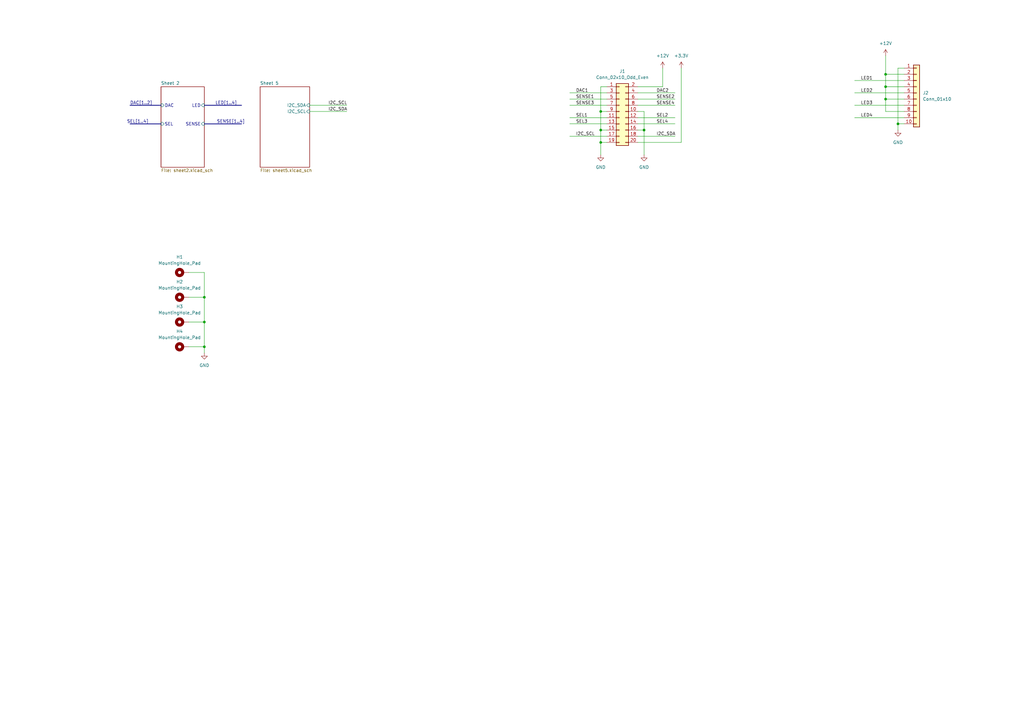
<source format=kicad_sch>
(kicad_sch (version 20230121) (generator eeschema)

  (uuid c74719ba-f06a-44f5-9938-a8dc2ea94ffa)

  (paper "A3")

  (lib_symbols
    (symbol "Connector_Generic:Conn_01x10" (pin_names (offset 1.016) hide) (in_bom yes) (on_board yes)
      (property "Reference" "J" (at 0 12.7 0)
        (effects (font (size 1.27 1.27)))
      )
      (property "Value" "Conn_01x10" (at 0 -15.24 0)
        (effects (font (size 1.27 1.27)))
      )
      (property "Footprint" "" (at 0 0 0)
        (effects (font (size 1.27 1.27)) hide)
      )
      (property "Datasheet" "~" (at 0 0 0)
        (effects (font (size 1.27 1.27)) hide)
      )
      (property "ki_keywords" "connector" (at 0 0 0)
        (effects (font (size 1.27 1.27)) hide)
      )
      (property "ki_description" "Generic connector, single row, 01x10, script generated (kicad-library-utils/schlib/autogen/connector/)" (at 0 0 0)
        (effects (font (size 1.27 1.27)) hide)
      )
      (property "ki_fp_filters" "Connector*:*_1x??_*" (at 0 0 0)
        (effects (font (size 1.27 1.27)) hide)
      )
      (symbol "Conn_01x10_1_1"
        (rectangle (start -1.27 -12.573) (end 0 -12.827)
          (stroke (width 0.1524) (type default))
          (fill (type none))
        )
        (rectangle (start -1.27 -10.033) (end 0 -10.287)
          (stroke (width 0.1524) (type default))
          (fill (type none))
        )
        (rectangle (start -1.27 -7.493) (end 0 -7.747)
          (stroke (width 0.1524) (type default))
          (fill (type none))
        )
        (rectangle (start -1.27 -4.953) (end 0 -5.207)
          (stroke (width 0.1524) (type default))
          (fill (type none))
        )
        (rectangle (start -1.27 -2.413) (end 0 -2.667)
          (stroke (width 0.1524) (type default))
          (fill (type none))
        )
        (rectangle (start -1.27 0.127) (end 0 -0.127)
          (stroke (width 0.1524) (type default))
          (fill (type none))
        )
        (rectangle (start -1.27 2.667) (end 0 2.413)
          (stroke (width 0.1524) (type default))
          (fill (type none))
        )
        (rectangle (start -1.27 5.207) (end 0 4.953)
          (stroke (width 0.1524) (type default))
          (fill (type none))
        )
        (rectangle (start -1.27 7.747) (end 0 7.493)
          (stroke (width 0.1524) (type default))
          (fill (type none))
        )
        (rectangle (start -1.27 10.287) (end 0 10.033)
          (stroke (width 0.1524) (type default))
          (fill (type none))
        )
        (rectangle (start -1.27 11.43) (end 1.27 -13.97)
          (stroke (width 0.254) (type default))
          (fill (type background))
        )
        (pin passive line (at -5.08 10.16 0) (length 3.81)
          (name "Pin_1" (effects (font (size 1.27 1.27))))
          (number "1" (effects (font (size 1.27 1.27))))
        )
        (pin passive line (at -5.08 -12.7 0) (length 3.81)
          (name "Pin_10" (effects (font (size 1.27 1.27))))
          (number "10" (effects (font (size 1.27 1.27))))
        )
        (pin passive line (at -5.08 7.62 0) (length 3.81)
          (name "Pin_2" (effects (font (size 1.27 1.27))))
          (number "2" (effects (font (size 1.27 1.27))))
        )
        (pin passive line (at -5.08 5.08 0) (length 3.81)
          (name "Pin_3" (effects (font (size 1.27 1.27))))
          (number "3" (effects (font (size 1.27 1.27))))
        )
        (pin passive line (at -5.08 2.54 0) (length 3.81)
          (name "Pin_4" (effects (font (size 1.27 1.27))))
          (number "4" (effects (font (size 1.27 1.27))))
        )
        (pin passive line (at -5.08 0 0) (length 3.81)
          (name "Pin_5" (effects (font (size 1.27 1.27))))
          (number "5" (effects (font (size 1.27 1.27))))
        )
        (pin passive line (at -5.08 -2.54 0) (length 3.81)
          (name "Pin_6" (effects (font (size 1.27 1.27))))
          (number "6" (effects (font (size 1.27 1.27))))
        )
        (pin passive line (at -5.08 -5.08 0) (length 3.81)
          (name "Pin_7" (effects (font (size 1.27 1.27))))
          (number "7" (effects (font (size 1.27 1.27))))
        )
        (pin passive line (at -5.08 -7.62 0) (length 3.81)
          (name "Pin_8" (effects (font (size 1.27 1.27))))
          (number "8" (effects (font (size 1.27 1.27))))
        )
        (pin passive line (at -5.08 -10.16 0) (length 3.81)
          (name "Pin_9" (effects (font (size 1.27 1.27))))
          (number "9" (effects (font (size 1.27 1.27))))
        )
      )
    )
    (symbol "Connector_Generic:Conn_02x10_Odd_Even" (pin_names (offset 1.016) hide) (in_bom yes) (on_board yes)
      (property "Reference" "J" (at 1.27 12.7 0)
        (effects (font (size 1.27 1.27)))
      )
      (property "Value" "Conn_02x10_Odd_Even" (at 1.27 -15.24 0)
        (effects (font (size 1.27 1.27)))
      )
      (property "Footprint" "" (at 0 0 0)
        (effects (font (size 1.27 1.27)) hide)
      )
      (property "Datasheet" "~" (at 0 0 0)
        (effects (font (size 1.27 1.27)) hide)
      )
      (property "ki_keywords" "connector" (at 0 0 0)
        (effects (font (size 1.27 1.27)) hide)
      )
      (property "ki_description" "Generic connector, double row, 02x10, odd/even pin numbering scheme (row 1 odd numbers, row 2 even numbers), script generated (kicad-library-utils/schlib/autogen/connector/)" (at 0 0 0)
        (effects (font (size 1.27 1.27)) hide)
      )
      (property "ki_fp_filters" "Connector*:*_2x??_*" (at 0 0 0)
        (effects (font (size 1.27 1.27)) hide)
      )
      (symbol "Conn_02x10_Odd_Even_1_1"
        (rectangle (start -1.27 -12.573) (end 0 -12.827)
          (stroke (width 0.1524) (type default))
          (fill (type none))
        )
        (rectangle (start -1.27 -10.033) (end 0 -10.287)
          (stroke (width 0.1524) (type default))
          (fill (type none))
        )
        (rectangle (start -1.27 -7.493) (end 0 -7.747)
          (stroke (width 0.1524) (type default))
          (fill (type none))
        )
        (rectangle (start -1.27 -4.953) (end 0 -5.207)
          (stroke (width 0.1524) (type default))
          (fill (type none))
        )
        (rectangle (start -1.27 -2.413) (end 0 -2.667)
          (stroke (width 0.1524) (type default))
          (fill (type none))
        )
        (rectangle (start -1.27 0.127) (end 0 -0.127)
          (stroke (width 0.1524) (type default))
          (fill (type none))
        )
        (rectangle (start -1.27 2.667) (end 0 2.413)
          (stroke (width 0.1524) (type default))
          (fill (type none))
        )
        (rectangle (start -1.27 5.207) (end 0 4.953)
          (stroke (width 0.1524) (type default))
          (fill (type none))
        )
        (rectangle (start -1.27 7.747) (end 0 7.493)
          (stroke (width 0.1524) (type default))
          (fill (type none))
        )
        (rectangle (start -1.27 10.287) (end 0 10.033)
          (stroke (width 0.1524) (type default))
          (fill (type none))
        )
        (rectangle (start -1.27 11.43) (end 3.81 -13.97)
          (stroke (width 0.254) (type default))
          (fill (type background))
        )
        (rectangle (start 3.81 -12.573) (end 2.54 -12.827)
          (stroke (width 0.1524) (type default))
          (fill (type none))
        )
        (rectangle (start 3.81 -10.033) (end 2.54 -10.287)
          (stroke (width 0.1524) (type default))
          (fill (type none))
        )
        (rectangle (start 3.81 -7.493) (end 2.54 -7.747)
          (stroke (width 0.1524) (type default))
          (fill (type none))
        )
        (rectangle (start 3.81 -4.953) (end 2.54 -5.207)
          (stroke (width 0.1524) (type default))
          (fill (type none))
        )
        (rectangle (start 3.81 -2.413) (end 2.54 -2.667)
          (stroke (width 0.1524) (type default))
          (fill (type none))
        )
        (rectangle (start 3.81 0.127) (end 2.54 -0.127)
          (stroke (width 0.1524) (type default))
          (fill (type none))
        )
        (rectangle (start 3.81 2.667) (end 2.54 2.413)
          (stroke (width 0.1524) (type default))
          (fill (type none))
        )
        (rectangle (start 3.81 5.207) (end 2.54 4.953)
          (stroke (width 0.1524) (type default))
          (fill (type none))
        )
        (rectangle (start 3.81 7.747) (end 2.54 7.493)
          (stroke (width 0.1524) (type default))
          (fill (type none))
        )
        (rectangle (start 3.81 10.287) (end 2.54 10.033)
          (stroke (width 0.1524) (type default))
          (fill (type none))
        )
        (pin passive line (at -5.08 10.16 0) (length 3.81)
          (name "Pin_1" (effects (font (size 1.27 1.27))))
          (number "1" (effects (font (size 1.27 1.27))))
        )
        (pin passive line (at 7.62 0 180) (length 3.81)
          (name "Pin_10" (effects (font (size 1.27 1.27))))
          (number "10" (effects (font (size 1.27 1.27))))
        )
        (pin passive line (at -5.08 -2.54 0) (length 3.81)
          (name "Pin_11" (effects (font (size 1.27 1.27))))
          (number "11" (effects (font (size 1.27 1.27))))
        )
        (pin passive line (at 7.62 -2.54 180) (length 3.81)
          (name "Pin_12" (effects (font (size 1.27 1.27))))
          (number "12" (effects (font (size 1.27 1.27))))
        )
        (pin passive line (at -5.08 -5.08 0) (length 3.81)
          (name "Pin_13" (effects (font (size 1.27 1.27))))
          (number "13" (effects (font (size 1.27 1.27))))
        )
        (pin passive line (at 7.62 -5.08 180) (length 3.81)
          (name "Pin_14" (effects (font (size 1.27 1.27))))
          (number "14" (effects (font (size 1.27 1.27))))
        )
        (pin passive line (at -5.08 -7.62 0) (length 3.81)
          (name "Pin_15" (effects (font (size 1.27 1.27))))
          (number "15" (effects (font (size 1.27 1.27))))
        )
        (pin passive line (at 7.62 -7.62 180) (length 3.81)
          (name "Pin_16" (effects (font (size 1.27 1.27))))
          (number "16" (effects (font (size 1.27 1.27))))
        )
        (pin passive line (at -5.08 -10.16 0) (length 3.81)
          (name "Pin_17" (effects (font (size 1.27 1.27))))
          (number "17" (effects (font (size 1.27 1.27))))
        )
        (pin passive line (at 7.62 -10.16 180) (length 3.81)
          (name "Pin_18" (effects (font (size 1.27 1.27))))
          (number "18" (effects (font (size 1.27 1.27))))
        )
        (pin passive line (at -5.08 -12.7 0) (length 3.81)
          (name "Pin_19" (effects (font (size 1.27 1.27))))
          (number "19" (effects (font (size 1.27 1.27))))
        )
        (pin passive line (at 7.62 10.16 180) (length 3.81)
          (name "Pin_2" (effects (font (size 1.27 1.27))))
          (number "2" (effects (font (size 1.27 1.27))))
        )
        (pin passive line (at 7.62 -12.7 180) (length 3.81)
          (name "Pin_20" (effects (font (size 1.27 1.27))))
          (number "20" (effects (font (size 1.27 1.27))))
        )
        (pin passive line (at -5.08 7.62 0) (length 3.81)
          (name "Pin_3" (effects (font (size 1.27 1.27))))
          (number "3" (effects (font (size 1.27 1.27))))
        )
        (pin passive line (at 7.62 7.62 180) (length 3.81)
          (name "Pin_4" (effects (font (size 1.27 1.27))))
          (number "4" (effects (font (size 1.27 1.27))))
        )
        (pin passive line (at -5.08 5.08 0) (length 3.81)
          (name "Pin_5" (effects (font (size 1.27 1.27))))
          (number "5" (effects (font (size 1.27 1.27))))
        )
        (pin passive line (at 7.62 5.08 180) (length 3.81)
          (name "Pin_6" (effects (font (size 1.27 1.27))))
          (number "6" (effects (font (size 1.27 1.27))))
        )
        (pin passive line (at -5.08 2.54 0) (length 3.81)
          (name "Pin_7" (effects (font (size 1.27 1.27))))
          (number "7" (effects (font (size 1.27 1.27))))
        )
        (pin passive line (at 7.62 2.54 180) (length 3.81)
          (name "Pin_8" (effects (font (size 1.27 1.27))))
          (number "8" (effects (font (size 1.27 1.27))))
        )
        (pin passive line (at -5.08 0 0) (length 3.81)
          (name "Pin_9" (effects (font (size 1.27 1.27))))
          (number "9" (effects (font (size 1.27 1.27))))
        )
      )
    )
    (symbol "Mechanical:MountingHole_Pad" (pin_numbers hide) (pin_names (offset 1.016) hide) (in_bom yes) (on_board yes)
      (property "Reference" "H" (at 0 6.35 0)
        (effects (font (size 1.27 1.27)))
      )
      (property "Value" "MountingHole_Pad" (at 0 4.445 0)
        (effects (font (size 1.27 1.27)))
      )
      (property "Footprint" "" (at 0 0 0)
        (effects (font (size 1.27 1.27)) hide)
      )
      (property "Datasheet" "~" (at 0 0 0)
        (effects (font (size 1.27 1.27)) hide)
      )
      (property "ki_keywords" "mounting hole" (at 0 0 0)
        (effects (font (size 1.27 1.27)) hide)
      )
      (property "ki_description" "Mounting Hole with connection" (at 0 0 0)
        (effects (font (size 1.27 1.27)) hide)
      )
      (property "ki_fp_filters" "MountingHole*Pad*" (at 0 0 0)
        (effects (font (size 1.27 1.27)) hide)
      )
      (symbol "MountingHole_Pad_0_1"
        (circle (center 0 1.27) (radius 1.27)
          (stroke (width 1.27) (type default))
          (fill (type none))
        )
      )
      (symbol "MountingHole_Pad_1_1"
        (pin input line (at 0 -2.54 90) (length 2.54)
          (name "1" (effects (font (size 1.27 1.27))))
          (number "1" (effects (font (size 1.27 1.27))))
        )
      )
    )
    (symbol "power:+12V" (power) (pin_names (offset 0)) (in_bom yes) (on_board yes)
      (property "Reference" "#PWR" (at 0 -3.81 0)
        (effects (font (size 1.27 1.27)) hide)
      )
      (property "Value" "+12V" (at 0 3.556 0)
        (effects (font (size 1.27 1.27)))
      )
      (property "Footprint" "" (at 0 0 0)
        (effects (font (size 1.27 1.27)) hide)
      )
      (property "Datasheet" "" (at 0 0 0)
        (effects (font (size 1.27 1.27)) hide)
      )
      (property "ki_keywords" "global power" (at 0 0 0)
        (effects (font (size 1.27 1.27)) hide)
      )
      (property "ki_description" "Power symbol creates a global label with name \"+12V\"" (at 0 0 0)
        (effects (font (size 1.27 1.27)) hide)
      )
      (symbol "+12V_0_1"
        (polyline
          (pts
            (xy -0.762 1.27)
            (xy 0 2.54)
          )
          (stroke (width 0) (type default))
          (fill (type none))
        )
        (polyline
          (pts
            (xy 0 0)
            (xy 0 2.54)
          )
          (stroke (width 0) (type default))
          (fill (type none))
        )
        (polyline
          (pts
            (xy 0 2.54)
            (xy 0.762 1.27)
          )
          (stroke (width 0) (type default))
          (fill (type none))
        )
      )
      (symbol "+12V_1_1"
        (pin power_in line (at 0 0 90) (length 0) hide
          (name "+12V" (effects (font (size 1.27 1.27))))
          (number "1" (effects (font (size 1.27 1.27))))
        )
      )
    )
    (symbol "power:+3.3V" (power) (pin_names (offset 0)) (in_bom yes) (on_board yes)
      (property "Reference" "#PWR" (at 0 -3.81 0)
        (effects (font (size 1.27 1.27)) hide)
      )
      (property "Value" "+3.3V" (at 0 3.556 0)
        (effects (font (size 1.27 1.27)))
      )
      (property "Footprint" "" (at 0 0 0)
        (effects (font (size 1.27 1.27)) hide)
      )
      (property "Datasheet" "" (at 0 0 0)
        (effects (font (size 1.27 1.27)) hide)
      )
      (property "ki_keywords" "global power" (at 0 0 0)
        (effects (font (size 1.27 1.27)) hide)
      )
      (property "ki_description" "Power symbol creates a global label with name \"+3.3V\"" (at 0 0 0)
        (effects (font (size 1.27 1.27)) hide)
      )
      (symbol "+3.3V_0_1"
        (polyline
          (pts
            (xy -0.762 1.27)
            (xy 0 2.54)
          )
          (stroke (width 0) (type default))
          (fill (type none))
        )
        (polyline
          (pts
            (xy 0 0)
            (xy 0 2.54)
          )
          (stroke (width 0) (type default))
          (fill (type none))
        )
        (polyline
          (pts
            (xy 0 2.54)
            (xy 0.762 1.27)
          )
          (stroke (width 0) (type default))
          (fill (type none))
        )
      )
      (symbol "+3.3V_1_1"
        (pin power_in line (at 0 0 90) (length 0) hide
          (name "+3.3V" (effects (font (size 1.27 1.27))))
          (number "1" (effects (font (size 1.27 1.27))))
        )
      )
    )
    (symbol "power:GND" (power) (pin_names (offset 0)) (in_bom yes) (on_board yes)
      (property "Reference" "#PWR" (at 0 -6.35 0)
        (effects (font (size 1.27 1.27)) hide)
      )
      (property "Value" "GND" (at 0 -3.81 0)
        (effects (font (size 1.27 1.27)))
      )
      (property "Footprint" "" (at 0 0 0)
        (effects (font (size 1.27 1.27)) hide)
      )
      (property "Datasheet" "" (at 0 0 0)
        (effects (font (size 1.27 1.27)) hide)
      )
      (property "ki_keywords" "global power" (at 0 0 0)
        (effects (font (size 1.27 1.27)) hide)
      )
      (property "ki_description" "Power symbol creates a global label with name \"GND\" , ground" (at 0 0 0)
        (effects (font (size 1.27 1.27)) hide)
      )
      (symbol "GND_0_1"
        (polyline
          (pts
            (xy 0 0)
            (xy 0 -1.27)
            (xy 1.27 -1.27)
            (xy 0 -2.54)
            (xy -1.27 -1.27)
            (xy 0 -1.27)
          )
          (stroke (width 0) (type default))
          (fill (type none))
        )
      )
      (symbol "GND_1_1"
        (pin power_in line (at 0 0 270) (length 0) hide
          (name "GND" (effects (font (size 1.27 1.27))))
          (number "1" (effects (font (size 1.27 1.27))))
        )
      )
    )
  )

  (junction (at 246.38 58.42) (diameter 0) (color 0 0 0 0)
    (uuid 0d4bf48a-9e53-4131-8ece-406c146bb9fc)
  )
  (junction (at 246.38 45.72) (diameter 0) (color 0 0 0 0)
    (uuid 1f01d877-928f-40d9-8b39-c768650a9653)
  )
  (junction (at 363.22 30.48) (diameter 0) (color 0 0 0 0)
    (uuid 5a3248c7-580e-4f60-9c9e-c76ea0efee49)
  )
  (junction (at 246.38 53.34) (diameter 0) (color 0 0 0 0)
    (uuid 765ad0a5-9037-44e8-8ec0-504f50b60550)
  )
  (junction (at 83.82 132.08) (diameter 0) (color 0 0 0 0)
    (uuid 7a5c7443-86e2-4fd9-8646-bc0362fd9bb0)
  )
  (junction (at 363.22 35.56) (diameter 0) (color 0 0 0 0)
    (uuid 9ccc39eb-41ac-4903-97ac-1257906cd34f)
  )
  (junction (at 83.82 142.24) (diameter 0) (color 0 0 0 0)
    (uuid cf7c14de-e782-4073-9684-5d5c1008814c)
  )
  (junction (at 368.3 50.8) (diameter 0) (color 0 0 0 0)
    (uuid cfca2995-b6d6-43d0-be87-6168e754c09a)
  )
  (junction (at 363.22 40.64) (diameter 0) (color 0 0 0 0)
    (uuid d2425433-c051-4246-b0a1-f057e6dc24ff)
  )
  (junction (at 264.16 53.34) (diameter 0) (color 0 0 0 0)
    (uuid e0736b30-6c0b-41ad-89f7-8a71aa23cd4d)
  )
  (junction (at 83.82 121.92) (diameter 0) (color 0 0 0 0)
    (uuid e7bdf5e4-e8b9-4d7a-a53d-4e43d0ed6386)
  )

  (bus (pts (xy 53.34 43.18) (xy 66.04 43.18))
    (stroke (width 0) (type default))
    (uuid 05488b87-0b4f-4b8b-88d8-eed5ba69dcc4)
  )

  (wire (pts (xy 261.62 55.88) (xy 276.86 55.88))
    (stroke (width 0) (type default))
    (uuid 0a57dcc0-e002-490b-b32f-6adb32e2bef1)
  )
  (bus (pts (xy 53.34 50.8) (xy 66.04 50.8))
    (stroke (width 0) (type default))
    (uuid 27233b5b-a476-4dd3-a83b-e4bc18f4b22a)
  )

  (wire (pts (xy 233.68 43.18) (xy 248.92 43.18))
    (stroke (width 0) (type default))
    (uuid 385e176c-5498-4118-8d0a-d3491e2c2a99)
  )
  (wire (pts (xy 83.82 121.92) (xy 83.82 132.08))
    (stroke (width 0) (type default))
    (uuid 45593a3a-844e-4795-98da-970ab86467ca)
  )
  (wire (pts (xy 77.47 142.24) (xy 83.82 142.24))
    (stroke (width 0) (type default))
    (uuid 477c1335-fe00-4dcb-bf78-f01bdab3fb6d)
  )
  (wire (pts (xy 368.3 50.8) (xy 368.3 53.34))
    (stroke (width 0) (type default))
    (uuid 4ba525b6-b9a1-4f37-b73f-acb5ae57009f)
  )
  (wire (pts (xy 261.62 53.34) (xy 264.16 53.34))
    (stroke (width 0) (type default))
    (uuid 4ea4a01c-5952-4f7d-aea1-9f8cffcf7479)
  )
  (wire (pts (xy 363.22 45.72) (xy 370.84 45.72))
    (stroke (width 0) (type default))
    (uuid 4f0ecc15-29ae-4ad2-a759-ce8748b328bc)
  )
  (wire (pts (xy 350.52 38.1) (xy 370.84 38.1))
    (stroke (width 0) (type default))
    (uuid 5558d9e8-c95d-42f3-a53b-5251dc3d3dc1)
  )
  (wire (pts (xy 363.22 22.86) (xy 363.22 30.48))
    (stroke (width 0) (type default))
    (uuid 5a738738-6b2e-4aee-b426-356808a7361e)
  )
  (wire (pts (xy 246.38 58.42) (xy 246.38 63.5))
    (stroke (width 0) (type default))
    (uuid 608e0696-37a9-4011-be16-e706abf3d641)
  )
  (wire (pts (xy 363.22 30.48) (xy 370.84 30.48))
    (stroke (width 0) (type default))
    (uuid 60d6ecfe-71ad-4ac6-b1e6-b07530e8cb4f)
  )
  (wire (pts (xy 370.84 35.56) (xy 363.22 35.56))
    (stroke (width 0) (type default))
    (uuid 6221dadd-0d25-4587-aff4-955ba2315174)
  )
  (wire (pts (xy 248.92 35.56) (xy 246.38 35.56))
    (stroke (width 0) (type default))
    (uuid 62467f4c-83c0-43cc-b1c6-ee3da77394a8)
  )
  (wire (pts (xy 363.22 35.56) (xy 363.22 40.64))
    (stroke (width 0) (type default))
    (uuid 62c62cff-7907-43fd-a1f2-37031d5fc97c)
  )
  (wire (pts (xy 246.38 45.72) (xy 248.92 45.72))
    (stroke (width 0) (type default))
    (uuid 65c62b6b-993d-495d-9686-00bd49126bae)
  )
  (wire (pts (xy 271.78 35.56) (xy 261.62 35.56))
    (stroke (width 0) (type default))
    (uuid 6d73e99f-a946-4e1d-aa16-09116f70e20f)
  )
  (wire (pts (xy 246.38 58.42) (xy 248.92 58.42))
    (stroke (width 0) (type default))
    (uuid 70990616-9583-4869-9071-99efe5c01142)
  )
  (wire (pts (xy 246.38 53.34) (xy 246.38 58.42))
    (stroke (width 0) (type default))
    (uuid 7773c322-3329-4a02-ab40-8f0fde89dc31)
  )
  (wire (pts (xy 350.52 48.26) (xy 370.84 48.26))
    (stroke (width 0) (type default))
    (uuid 796a1a3b-0a96-4ed3-b132-82cc845d020a)
  )
  (wire (pts (xy 246.38 35.56) (xy 246.38 45.72))
    (stroke (width 0) (type default))
    (uuid 7b15d821-178e-434c-849b-01de4c7a778b)
  )
  (wire (pts (xy 370.84 50.8) (xy 368.3 50.8))
    (stroke (width 0) (type default))
    (uuid 83b4eb16-0f07-4fd9-9f6a-25268fcea12e)
  )
  (wire (pts (xy 370.84 27.94) (xy 368.3 27.94))
    (stroke (width 0) (type default))
    (uuid 84bb4aa3-4122-4257-be59-55d967fc7dc3)
  )
  (wire (pts (xy 368.3 27.94) (xy 368.3 50.8))
    (stroke (width 0) (type default))
    (uuid 8bd75b52-6b7a-4ce1-9901-1353387a2177)
  )
  (wire (pts (xy 83.82 111.76) (xy 83.82 121.92))
    (stroke (width 0) (type default))
    (uuid 8d49eb23-0765-46b8-9655-c450d1f9e184)
  )
  (wire (pts (xy 127 45.72) (xy 142.24 45.72))
    (stroke (width 0) (type default))
    (uuid 9217f44d-442b-4116-8192-1418433bab8b)
  )
  (wire (pts (xy 363.22 35.56) (xy 363.22 30.48))
    (stroke (width 0) (type default))
    (uuid 9495589e-37c1-4e20-9b5b-00ad70c2ef72)
  )
  (bus (pts (xy 83.82 50.8) (xy 99.06 50.8))
    (stroke (width 0) (type default))
    (uuid 94e2a1a0-4ec1-4cd0-8046-774c2254bb35)
  )

  (wire (pts (xy 233.68 48.26) (xy 248.92 48.26))
    (stroke (width 0) (type default))
    (uuid 9a1b0f38-92d0-4025-9c45-cadf8c266872)
  )
  (bus (pts (xy 83.82 43.18) (xy 99.06 43.18))
    (stroke (width 0) (type default))
    (uuid 9c00f11f-b547-4c85-a5e6-6ffbd0070d97)
  )

  (wire (pts (xy 350.52 43.18) (xy 370.84 43.18))
    (stroke (width 0) (type default))
    (uuid 9f4122e6-8ce3-44ef-8137-1f84019b185c)
  )
  (wire (pts (xy 233.68 40.64) (xy 248.92 40.64))
    (stroke (width 0) (type default))
    (uuid 9f777886-bed6-4785-bf35-b2a8993c161e)
  )
  (wire (pts (xy 350.52 33.02) (xy 370.84 33.02))
    (stroke (width 0) (type default))
    (uuid a4b3aade-a2a8-486c-8c9f-8746bb1c6c81)
  )
  (wire (pts (xy 77.47 121.92) (xy 83.82 121.92))
    (stroke (width 0) (type default))
    (uuid a6829197-b285-40ba-8ed8-a87f8763f2d7)
  )
  (wire (pts (xy 279.4 27.94) (xy 279.4 58.42))
    (stroke (width 0) (type default))
    (uuid a71f6a4f-2904-4d67-a974-912c2d3cf1b3)
  )
  (wire (pts (xy 264.16 45.72) (xy 261.62 45.72))
    (stroke (width 0) (type default))
    (uuid a867ddab-606b-487f-ad41-c9fd7aaeab6b)
  )
  (wire (pts (xy 363.22 40.64) (xy 363.22 45.72))
    (stroke (width 0) (type default))
    (uuid b4381c69-3c34-4bc0-b0a7-c28f2518f25a)
  )
  (wire (pts (xy 264.16 53.34) (xy 264.16 45.72))
    (stroke (width 0) (type default))
    (uuid ba4c4d9a-3061-4340-8267-f8df0e9d1277)
  )
  (wire (pts (xy 233.68 38.1) (xy 248.92 38.1))
    (stroke (width 0) (type default))
    (uuid be35e54f-6f3f-4d20-a4db-8687f10cc2a8)
  )
  (wire (pts (xy 233.68 55.88) (xy 248.92 55.88))
    (stroke (width 0) (type default))
    (uuid bf23f4d1-fbec-4761-9f4b-d3522c698306)
  )
  (wire (pts (xy 261.62 50.8) (xy 276.86 50.8))
    (stroke (width 0) (type default))
    (uuid c5994fee-fff7-4cff-b80c-f43a17d4ba26)
  )
  (wire (pts (xy 279.4 58.42) (xy 261.62 58.42))
    (stroke (width 0) (type default))
    (uuid c5a869d1-93fc-44d9-aa30-7ec2328afd36)
  )
  (wire (pts (xy 261.62 48.26) (xy 276.86 48.26))
    (stroke (width 0) (type default))
    (uuid cc1f41b2-f2e6-4553-a20f-ed69b8645b30)
  )
  (wire (pts (xy 271.78 27.94) (xy 271.78 35.56))
    (stroke (width 0) (type default))
    (uuid cdf042cf-75ad-4c3b-842a-b22f7f034d71)
  )
  (wire (pts (xy 264.16 63.5) (xy 264.16 53.34))
    (stroke (width 0) (type default))
    (uuid d1293c66-77c2-43d3-8c32-c90a137ea169)
  )
  (wire (pts (xy 261.62 38.1) (xy 276.86 38.1))
    (stroke (width 0) (type default))
    (uuid d4c34a07-c907-4783-90fc-896509f9c220)
  )
  (wire (pts (xy 261.62 40.64) (xy 276.86 40.64))
    (stroke (width 0) (type default))
    (uuid d9360a76-9936-482b-b3d2-cfb97d9835fe)
  )
  (wire (pts (xy 261.62 43.18) (xy 276.86 43.18))
    (stroke (width 0) (type default))
    (uuid dcca5e39-1126-4ef8-8e64-d2e8d9a5915a)
  )
  (wire (pts (xy 233.68 50.8) (xy 248.92 50.8))
    (stroke (width 0) (type default))
    (uuid e01cafac-6e8b-4a4d-a747-3a41d9224188)
  )
  (wire (pts (xy 246.38 53.34) (xy 248.92 53.34))
    (stroke (width 0) (type default))
    (uuid e10d8d3a-a0f7-4088-8800-9bb6be4bf6ac)
  )
  (wire (pts (xy 363.22 40.64) (xy 370.84 40.64))
    (stroke (width 0) (type default))
    (uuid e11eee4b-0393-425f-84c1-c23b5ffa1c74)
  )
  (wire (pts (xy 77.47 111.76) (xy 83.82 111.76))
    (stroke (width 0) (type default))
    (uuid e6801969-9557-465e-b82e-58158e694f07)
  )
  (wire (pts (xy 127 43.18) (xy 142.24 43.18))
    (stroke (width 0) (type default))
    (uuid e6dd6ebe-9eee-464e-a0c5-c7a492a28f5b)
  )
  (wire (pts (xy 83.82 132.08) (xy 83.82 142.24))
    (stroke (width 0) (type default))
    (uuid eba5fd8d-99ee-4adf-a047-5d9493c5ec5e)
  )
  (wire (pts (xy 246.38 45.72) (xy 246.38 53.34))
    (stroke (width 0) (type default))
    (uuid f0921fa7-9131-4081-b924-9e89af446eb2)
  )
  (wire (pts (xy 83.82 142.24) (xy 83.82 144.78))
    (stroke (width 0) (type default))
    (uuid fd1bc349-d3c7-4627-ab6b-b71ff5334b7d)
  )
  (wire (pts (xy 77.47 132.08) (xy 83.82 132.08))
    (stroke (width 0) (type default))
    (uuid fff06fb8-e343-4678-9393-a65fcaf2fbb7)
  )

  (label "LED[1..4]" (at 88.265 43.18 0) (fields_autoplaced)
    (effects (font (size 1.27 1.27)) (justify left bottom))
    (uuid 3063a375-b749-4f4d-aa4f-4b2bc4b35b5f)
  )
  (label "LED2" (at 353.06 38.1 0) (fields_autoplaced)
    (effects (font (size 1.27 1.27)) (justify left bottom))
    (uuid 36bd249c-36a7-4939-bc68-3bd126ee5e63)
  )
  (label "I2C_SCL" (at 134.62 43.18 0) (fields_autoplaced)
    (effects (font (size 1.27 1.27)) (justify left bottom))
    (uuid 569f01af-ff16-4844-b1cd-703008fe7b5d)
  )
  (label "I2C_SDA" (at 269.24 55.88 0) (fields_autoplaced)
    (effects (font (size 1.27 1.27)) (justify left bottom))
    (uuid 5ddf3247-007c-442b-b49e-d08e796a60cb)
  )
  (label "SENSE[1..4]" (at 88.9 50.8 0) (fields_autoplaced)
    (effects (font (size 1.27 1.27)) (justify left bottom))
    (uuid 68e3350e-f1b5-4090-9846-4e5f6f1fba3d)
  )
  (label "LED3" (at 353.06 43.18 0) (fields_autoplaced)
    (effects (font (size 1.27 1.27)) (justify left bottom))
    (uuid 6a386685-84dc-4eae-985d-6b09ad331531)
  )
  (label "SEL2" (at 269.24 48.26 0) (fields_autoplaced)
    (effects (font (size 1.27 1.27)) (justify left bottom))
    (uuid 78e889f8-2ecc-403d-9052-5bbd24cf3229)
  )
  (label "SEL1" (at 236.22 48.26 0) (fields_autoplaced)
    (effects (font (size 1.27 1.27)) (justify left bottom))
    (uuid 8609ea92-6c98-424f-bfb8-697b314becb9)
  )
  (label "LED4" (at 353.06 48.26 0) (fields_autoplaced)
    (effects (font (size 1.27 1.27)) (justify left bottom))
    (uuid 910b8791-30dd-4c04-a1c5-06444d9de540)
  )
  (label "SEL3" (at 236.22 50.8 0) (fields_autoplaced)
    (effects (font (size 1.27 1.27)) (justify left bottom))
    (uuid 9e21f8b9-1ece-438f-bbb6-50a77ad1608d)
  )
  (label "I2C_SCL" (at 236.22 55.88 0) (fields_autoplaced)
    (effects (font (size 1.27 1.27)) (justify left bottom))
    (uuid a6f85726-fefc-4987-8016-58b9c2ba1dbf)
  )
  (label "SEL4" (at 269.24 50.8 0) (fields_autoplaced)
    (effects (font (size 1.27 1.27)) (justify left bottom))
    (uuid ad3d6d64-f4d4-4497-a705-9f764a24250b)
  )
  (label "DAC[1..2]" (at 53.34 43.18 0) (fields_autoplaced)
    (effects (font (size 1.27 1.27)) (justify left bottom))
    (uuid ae3c6427-5946-47ff-8853-3e9a3783f013)
  )
  (label "DAC2" (at 269.24 38.1 0) (fields_autoplaced)
    (effects (font (size 1.27 1.27)) (justify left bottom))
    (uuid c0e1981a-5f21-4779-bf93-6b4b5d40431b)
  )
  (label "I2C_SDA" (at 134.62 45.72 0) (fields_autoplaced)
    (effects (font (size 1.27 1.27)) (justify left bottom))
    (uuid d1a21086-99d2-49ca-a983-0aa33d129e39)
  )
  (label "SENSE1" (at 236.22 40.64 0) (fields_autoplaced)
    (effects (font (size 1.27 1.27)) (justify left bottom))
    (uuid d42d4ba3-3368-44d0-a36a-569cd5ab53b5)
  )
  (label "DAC1" (at 236.22 38.1 0) (fields_autoplaced)
    (effects (font (size 1.27 1.27)) (justify left bottom))
    (uuid de256fe2-a985-4831-a0f5-8a14437a44bf)
  )
  (label "SENSE2" (at 269.24 40.64 0) (fields_autoplaced)
    (effects (font (size 1.27 1.27)) (justify left bottom))
    (uuid e1e9eff5-6847-44f2-91be-89cf5ce0e3d5)
  )
  (label "SENSE4" (at 269.24 43.18 0) (fields_autoplaced)
    (effects (font (size 1.27 1.27)) (justify left bottom))
    (uuid e438951b-29b0-49e8-b650-5a2d23f55407)
  )
  (label "SEL[1..4]" (at 60.96 50.8 180) (fields_autoplaced)
    (effects (font (size 1.27 1.27)) (justify right bottom))
    (uuid eb1413d8-6c05-415a-8a42-400f4e6d0aba)
  )
  (label "LED1" (at 353.06 33.02 0) (fields_autoplaced)
    (effects (font (size 1.27 1.27)) (justify left bottom))
    (uuid fbb3209a-bbc4-47e2-ac5c-2f63616beb7b)
  )
  (label "SENSE3" (at 236.22 43.18 0) (fields_autoplaced)
    (effects (font (size 1.27 1.27)) (justify left bottom))
    (uuid ff68abd4-cfc8-4066-9dd3-21c825711f70)
  )

  (symbol (lib_id "power:GND") (at 246.38 63.5 0) (unit 1)
    (in_bom yes) (on_board yes) (dnp no) (fields_autoplaced)
    (uuid 10a0b180-7c11-4cc6-b717-7ab33cd5450b)
    (property "Reference" "#PWR028" (at 246.38 69.85 0)
      (effects (font (size 1.27 1.27)) hide)
    )
    (property "Value" "GND" (at 246.38 68.58 0)
      (effects (font (size 1.27 1.27)))
    )
    (property "Footprint" "" (at 246.38 63.5 0)
      (effects (font (size 1.27 1.27)) hide)
    )
    (property "Datasheet" "" (at 246.38 63.5 0)
      (effects (font (size 1.27 1.27)) hide)
    )
    (pin "1" (uuid 46d0b9d3-af99-47cd-8352-d71dc3531437))
    (instances
      (project "pbm_driver4"
        (path "/c74719ba-f06a-44f5-9938-a8dc2ea94ffa"
          (reference "#PWR028") (unit 1)
        )
      )
    )
  )

  (symbol (lib_id "power:GND") (at 83.82 144.78 0) (unit 1)
    (in_bom yes) (on_board yes) (dnp no) (fields_autoplaced)
    (uuid 50eae505-575a-40e2-b523-2baea9bb15fb)
    (property "Reference" "#PWR027" (at 83.82 151.13 0)
      (effects (font (size 1.27 1.27)) hide)
    )
    (property "Value" "GND" (at 83.82 149.86 0)
      (effects (font (size 1.27 1.27)))
    )
    (property "Footprint" "" (at 83.82 144.78 0)
      (effects (font (size 1.27 1.27)) hide)
    )
    (property "Datasheet" "" (at 83.82 144.78 0)
      (effects (font (size 1.27 1.27)) hide)
    )
    (pin "1" (uuid d418275b-cef0-445b-b6f9-bd248b0bdab7))
    (instances
      (project "pbm_driver4"
        (path "/c74719ba-f06a-44f5-9938-a8dc2ea94ffa"
          (reference "#PWR027") (unit 1)
        )
      )
    )
  )

  (symbol (lib_id "power:GND") (at 368.3 53.34 0) (unit 1)
    (in_bom yes) (on_board yes) (dnp no) (fields_autoplaced)
    (uuid 7207cb4c-671e-40db-923b-c0141fe6bbe4)
    (property "Reference" "#PWR025" (at 368.3 59.69 0)
      (effects (font (size 1.27 1.27)) hide)
    )
    (property "Value" "GND" (at 368.3 58.42 0)
      (effects (font (size 1.27 1.27)))
    )
    (property "Footprint" "" (at 368.3 53.34 0)
      (effects (font (size 1.27 1.27)) hide)
    )
    (property "Datasheet" "" (at 368.3 53.34 0)
      (effects (font (size 1.27 1.27)) hide)
    )
    (pin "1" (uuid e8284a26-aa9f-426e-aa08-0d3ba9638493))
    (instances
      (project "pbm_driver4"
        (path "/c74719ba-f06a-44f5-9938-a8dc2ea94ffa"
          (reference "#PWR025") (unit 1)
        )
      )
    )
  )

  (symbol (lib_id "Mechanical:MountingHole_Pad") (at 74.93 132.08 90) (unit 1)
    (in_bom yes) (on_board yes) (dnp no) (fields_autoplaced)
    (uuid 771e10c9-7f5c-4c20-9ebb-51cf650a19d7)
    (property "Reference" "H3" (at 73.66 125.73 90)
      (effects (font (size 1.27 1.27)))
    )
    (property "Value" "MountingHole_Pad" (at 73.66 128.27 90)
      (effects (font (size 1.27 1.27)))
    )
    (property "Footprint" "$Local:MountingHole_3.2mm_M3_Pad" (at 74.93 132.08 0)
      (effects (font (size 1.27 1.27)) hide)
    )
    (property "Datasheet" "~" (at 74.93 132.08 0)
      (effects (font (size 1.27 1.27)) hide)
    )
    (pin "1" (uuid 46bd22c3-5200-4c2a-9970-9f0acf509c57))
    (instances
      (project "pbm_driver4"
        (path "/c74719ba-f06a-44f5-9938-a8dc2ea94ffa"
          (reference "H3") (unit 1)
        )
      )
    )
  )

  (symbol (lib_id "power:+12V") (at 271.78 27.94 0) (unit 1)
    (in_bom yes) (on_board yes) (dnp no) (fields_autoplaced)
    (uuid 9456f263-e6cf-4587-a0f5-4728168a2a0b)
    (property "Reference" "#PWR030" (at 271.78 31.75 0)
      (effects (font (size 1.27 1.27)) hide)
    )
    (property "Value" "+12V" (at 271.78 22.86 0)
      (effects (font (size 1.27 1.27)))
    )
    (property "Footprint" "" (at 271.78 27.94 0)
      (effects (font (size 1.27 1.27)) hide)
    )
    (property "Datasheet" "" (at 271.78 27.94 0)
      (effects (font (size 1.27 1.27)) hide)
    )
    (pin "1" (uuid cf62fea1-c566-4670-99db-3c781e7c4133))
    (instances
      (project "pbm_driver4"
        (path "/c74719ba-f06a-44f5-9938-a8dc2ea94ffa"
          (reference "#PWR030") (unit 1)
        )
      )
    )
  )

  (symbol (lib_id "Connector_Generic:Conn_01x10") (at 375.92 38.1 0) (unit 1)
    (in_bom yes) (on_board yes) (dnp no) (fields_autoplaced)
    (uuid 9bae15a4-b216-47a9-a604-601785c85f54)
    (property "Reference" "J2" (at 378.46 38.1 0)
      (effects (font (size 1.27 1.27)) (justify left))
    )
    (property "Value" "Conn_01x10" (at 378.46 40.64 0)
      (effects (font (size 1.27 1.27)) (justify left))
    )
    (property "Footprint" "$Local:PinHeader_1x10_P2.54mm_Vertical" (at 375.92 38.1 0)
      (effects (font (size 1.27 1.27)) hide)
    )
    (property "Datasheet" "~" (at 375.92 38.1 0)
      (effects (font (size 1.27 1.27)) hide)
    )
    (pin "9" (uuid 40ab5122-c6b2-467a-adab-6989db7868ec))
    (pin "3" (uuid 4bac333f-4ed1-4ce3-b928-d9387bfedcbc))
    (pin "6" (uuid fa15cc95-da5c-4b97-9ce1-80cd36646592))
    (pin "1" (uuid d594bf2c-00b8-42cd-b4af-d8c624af7ee8))
    (pin "4" (uuid 4cc86d70-65ce-40e4-86df-05bd34145036))
    (pin "8" (uuid 3e60672f-b782-4d66-82f0-40cbc3eea1ab))
    (pin "7" (uuid e7f99bf3-9976-4c45-9f45-80759976d34c))
    (pin "10" (uuid 449f5af9-57ae-4404-b483-2751693c6fd3))
    (pin "5" (uuid b682f49d-41f8-4bfd-ba65-ac5dc0ff1ff8))
    (pin "2" (uuid 17acf740-ffb5-4865-8a9c-8717794426b8))
    (instances
      (project "pbm_driver4"
        (path "/c74719ba-f06a-44f5-9938-a8dc2ea94ffa"
          (reference "J2") (unit 1)
        )
      )
    )
  )

  (symbol (lib_id "Mechanical:MountingHole_Pad") (at 74.93 121.92 90) (unit 1)
    (in_bom yes) (on_board yes) (dnp no) (fields_autoplaced)
    (uuid a50b19ad-ef80-4db4-86ff-058aae102445)
    (property "Reference" "H2" (at 73.66 115.57 90)
      (effects (font (size 1.27 1.27)))
    )
    (property "Value" "MountingHole_Pad" (at 73.66 118.11 90)
      (effects (font (size 1.27 1.27)))
    )
    (property "Footprint" "$Local:MountingHole_3.2mm_M3_Pad" (at 74.93 121.92 0)
      (effects (font (size 1.27 1.27)) hide)
    )
    (property "Datasheet" "~" (at 74.93 121.92 0)
      (effects (font (size 1.27 1.27)) hide)
    )
    (pin "1" (uuid ef2ff1ec-abed-43ab-9921-97965f13cd5f))
    (instances
      (project "pbm_driver4"
        (path "/c74719ba-f06a-44f5-9938-a8dc2ea94ffa"
          (reference "H2") (unit 1)
        )
      )
    )
  )

  (symbol (lib_id "power:+3.3V") (at 279.4 27.94 0) (unit 1)
    (in_bom yes) (on_board yes) (dnp no) (fields_autoplaced)
    (uuid b8d3b408-880e-4f97-a407-00b6df2ad1ac)
    (property "Reference" "#PWR029" (at 279.4 31.75 0)
      (effects (font (size 1.27 1.27)) hide)
    )
    (property "Value" "+3.3V" (at 279.4 22.86 0)
      (effects (font (size 1.27 1.27)))
    )
    (property "Footprint" "" (at 279.4 27.94 0)
      (effects (font (size 1.27 1.27)) hide)
    )
    (property "Datasheet" "" (at 279.4 27.94 0)
      (effects (font (size 1.27 1.27)) hide)
    )
    (pin "1" (uuid 13336a9d-0e95-47a2-affa-2592e3360f22))
    (instances
      (project "pbm_driver4"
        (path "/c74719ba-f06a-44f5-9938-a8dc2ea94ffa"
          (reference "#PWR029") (unit 1)
        )
      )
    )
  )

  (symbol (lib_id "Mechanical:MountingHole_Pad") (at 74.93 111.76 90) (unit 1)
    (in_bom yes) (on_board yes) (dnp no) (fields_autoplaced)
    (uuid da8bea0f-68f9-4c4f-adb1-23fe0df36707)
    (property "Reference" "H1" (at 73.66 105.41 90)
      (effects (font (size 1.27 1.27)))
    )
    (property "Value" "MountingHole_Pad" (at 73.66 107.95 90)
      (effects (font (size 1.27 1.27)))
    )
    (property "Footprint" "$Local:MountingHole_3.2mm_M3_Pad" (at 74.93 111.76 0)
      (effects (font (size 1.27 1.27)) hide)
    )
    (property "Datasheet" "~" (at 74.93 111.76 0)
      (effects (font (size 1.27 1.27)) hide)
    )
    (pin "1" (uuid a6476569-a120-44ec-b8e7-b342039d015e))
    (instances
      (project "pbm_driver4"
        (path "/c74719ba-f06a-44f5-9938-a8dc2ea94ffa"
          (reference "H1") (unit 1)
        )
      )
    )
  )

  (symbol (lib_id "power:GND") (at 264.16 63.5 0) (unit 1)
    (in_bom yes) (on_board yes) (dnp no) (fields_autoplaced)
    (uuid df398144-997a-4870-bf0d-0318c5444fbf)
    (property "Reference" "#PWR031" (at 264.16 69.85 0)
      (effects (font (size 1.27 1.27)) hide)
    )
    (property "Value" "GND" (at 264.16 68.58 0)
      (effects (font (size 1.27 1.27)))
    )
    (property "Footprint" "" (at 264.16 63.5 0)
      (effects (font (size 1.27 1.27)) hide)
    )
    (property "Datasheet" "" (at 264.16 63.5 0)
      (effects (font (size 1.27 1.27)) hide)
    )
    (pin "1" (uuid 245f72b0-4a51-4b52-8df1-0c9322fac8a3))
    (instances
      (project "pbm_driver4"
        (path "/c74719ba-f06a-44f5-9938-a8dc2ea94ffa"
          (reference "#PWR031") (unit 1)
        )
      )
    )
  )

  (symbol (lib_id "Mechanical:MountingHole_Pad") (at 74.93 142.24 90) (unit 1)
    (in_bom yes) (on_board yes) (dnp no) (fields_autoplaced)
    (uuid f23c2705-ad94-4829-bb93-b83f01b151b0)
    (property "Reference" "H4" (at 73.66 135.89 90)
      (effects (font (size 1.27 1.27)))
    )
    (property "Value" "MountingHole_Pad" (at 73.66 138.43 90)
      (effects (font (size 1.27 1.27)))
    )
    (property "Footprint" "$Local:MountingHole_3.2mm_M3_Pad" (at 74.93 142.24 0)
      (effects (font (size 1.27 1.27)) hide)
    )
    (property "Datasheet" "~" (at 74.93 142.24 0)
      (effects (font (size 1.27 1.27)) hide)
    )
    (pin "1" (uuid a1799800-9894-4d17-81da-3ca2b1e87d23))
    (instances
      (project "pbm_driver4"
        (path "/c74719ba-f06a-44f5-9938-a8dc2ea94ffa"
          (reference "H4") (unit 1)
        )
      )
    )
  )

  (symbol (lib_id "Connector_Generic:Conn_02x10_Odd_Even") (at 254 45.72 0) (unit 1)
    (in_bom yes) (on_board yes) (dnp no) (fields_autoplaced)
    (uuid f66bf774-4e25-4d48-a679-798e9db10799)
    (property "Reference" "J1" (at 255.27 29.21 0)
      (effects (font (size 1.27 1.27)))
    )
    (property "Value" "Conn_02x10_Odd_Even" (at 255.27 31.75 0)
      (effects (font (size 1.27 1.27)))
    )
    (property "Footprint" "$Local:PinHeader_2x10_P2.54mm_Vertical" (at 254 45.72 0)
      (effects (font (size 1.27 1.27)) hide)
    )
    (property "Datasheet" "~" (at 254 45.72 0)
      (effects (font (size 1.27 1.27)) hide)
    )
    (pin "19" (uuid 202a80b7-4ac4-4e77-9e4a-d03c9302fd5c))
    (pin "17" (uuid 2e7ab0ef-e9fd-4e19-aba5-a3e331d62448))
    (pin "9" (uuid b4ed72a5-1996-49f7-8628-a4d00fc08188))
    (pin "13" (uuid 2a94669e-7113-4ad2-9a66-ec32b818f4ec))
    (pin "7" (uuid 586fc908-5ab8-47b7-8c7b-c14d5dc2e4b7))
    (pin "15" (uuid 8637e0ab-7d07-41b8-a432-98dec280f7a9))
    (pin "8" (uuid 078f9afb-e3fd-496c-86eb-088d8e5e8ecb))
    (pin "18" (uuid a1d7204d-2b57-4b59-99bd-01ff1d87395f))
    (pin "6" (uuid cf88b5c1-db96-48d8-84d5-323241d7602d))
    (pin "1" (uuid a0513df7-73d7-4c51-a3cf-8d315a9eb6ca))
    (pin "14" (uuid 1313cd48-fb91-4727-83ef-192ac1e25a9f))
    (pin "2" (uuid 136e2f8d-30fe-4029-9a58-58872871338e))
    (pin "20" (uuid c048d138-f230-48a6-82af-81d183de92e4))
    (pin "11" (uuid 7c6ca6a1-7565-4ece-9419-af24b3aaf72f))
    (pin "4" (uuid d5d44ac5-740e-49f3-ab3b-76f12edaa578))
    (pin "12" (uuid 3c20e501-9919-4c65-8865-ed23807daf10))
    (pin "10" (uuid 31a947d1-4519-494a-b929-df7d3b4d9e9c))
    (pin "3" (uuid 5ff769a9-355b-433a-bd7f-b2837bcc5008))
    (pin "5" (uuid 7359e15a-7437-45a9-ab8b-453731a72c93))
    (pin "16" (uuid 5454bc44-193b-463c-997a-3f2e2ba781d8))
    (instances
      (project "pbm_driver4"
        (path "/c74719ba-f06a-44f5-9938-a8dc2ea94ffa"
          (reference "J1") (unit 1)
        )
      )
    )
  )

  (symbol (lib_id "power:+12V") (at 363.22 22.86 0) (unit 1)
    (in_bom yes) (on_board yes) (dnp no) (fields_autoplaced)
    (uuid f7097410-ea07-4796-b5fc-8d42077c6762)
    (property "Reference" "#PWR024" (at 363.22 26.67 0)
      (effects (font (size 1.27 1.27)) hide)
    )
    (property "Value" "+12V" (at 363.22 17.78 0)
      (effects (font (size 1.27 1.27)))
    )
    (property "Footprint" "" (at 363.22 22.86 0)
      (effects (font (size 1.27 1.27)) hide)
    )
    (property "Datasheet" "" (at 363.22 22.86 0)
      (effects (font (size 1.27 1.27)) hide)
    )
    (pin "1" (uuid 1fb9257a-1d60-4c36-b815-ae5b08b5e0d6))
    (instances
      (project "pbm_driver4"
        (path "/c74719ba-f06a-44f5-9938-a8dc2ea94ffa"
          (reference "#PWR024") (unit 1)
        )
      )
    )
  )

  (sheet (at 106.68 35.56) (size 20.32 33.02) (fields_autoplaced)
    (stroke (width 0.1524) (type solid))
    (fill (color 0 0 0 0.0000))
    (uuid b9d6e4d9-a153-4ceb-ba52-f214cb10d775)
    (property "Sheetname" "Sheet 5" (at 106.68 34.8484 0)
      (effects (font (size 1.27 1.27)) (justify left bottom))
    )
    (property "Sheetfile" "sheet5.kicad_sch" (at 106.68 69.1646 0)
      (effects (font (size 1.27 1.27)) (justify left top))
    )
    (pin "I2C_SDA" input (at 127 43.18 0)
      (effects (font (size 1.27 1.27)) (justify right))
      (uuid a799d134-fc68-4489-a752-274016304860)
    )
    (pin "I2C_SCL" input (at 127 45.72 0)
      (effects (font (size 1.27 1.27)) (justify right))
      (uuid ff4cbc38-1e51-4ee9-a8fa-ccbd766db637)
    )
    (instances
      (project "pbm_driver4"
        (path "/c74719ba-f06a-44f5-9938-a8dc2ea94ffa" (page "5"))
      )
    )
  )

  (sheet (at 66.04 35.56) (size 17.78 33.02) (fields_autoplaced)
    (stroke (width 0.1524) (type solid))
    (fill (color 0 0 0 0.0000))
    (uuid cae14b87-4c10-4309-b8c6-8f8334cc405d)
    (property "Sheetname" "Sheet 2" (at 66.04 34.8484 0)
      (effects (font (size 1.27 1.27)) (justify left bottom))
    )
    (property "Sheetfile" "sheet2.kicad_sch" (at 66.04 69.1646 0)
      (effects (font (size 1.27 1.27)) (justify left top))
    )
    (pin "SENSE" input (at 83.82 50.8 0)
      (effects (font (size 1.27 1.27)) (justify right))
      (uuid 564b2b1b-4e54-4fa4-b640-6ec2e028c7c9)
    )
    (pin "LED" input (at 83.82 43.18 0)
      (effects (font (size 1.27 1.27)) (justify right))
      (uuid 2a05e27d-09ed-47ca-a94f-6121b88bbcef)
    )
    (pin "SEL" input (at 66.04 50.8 180)
      (effects (font (size 1.27 1.27)) (justify left))
      (uuid b0a03a87-b827-46e5-9aa1-331fbe64de95)
    )
    (pin "DAC" input (at 66.04 43.18 180)
      (effects (font (size 1.27 1.27)) (justify left))
      (uuid e275f5b6-5d47-456c-bb6e-598de4eb0f0b)
    )
    (instances
      (project "pbm_driver4"
        (path "/c74719ba-f06a-44f5-9938-a8dc2ea94ffa" (page "2"))
      )
    )
  )

  (sheet_instances
    (path "/" (page "5"))
  )
)

</source>
